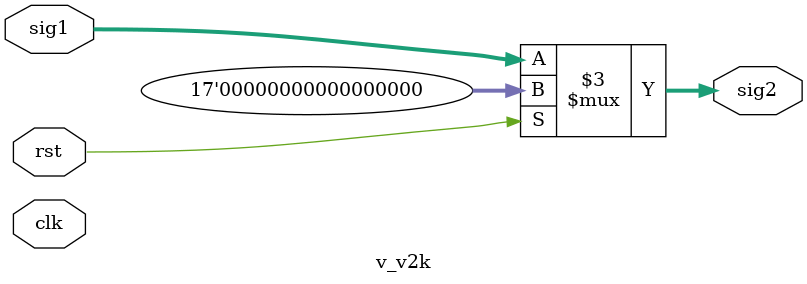
<source format=v>

module v_v2k
  #(parameter WIDTH = 16) (
    input clk,
    input rst,
    input [WIDTH:0] 	 sig1,
    output reg [WIDTH:0] sig2
   );

   always @(clk) begin
      if (rst) begin
	 sig2 <= #1 0;
      end
      else begin
	 sig2 <= #1 sig1;
      end
   end
endmodule

</source>
